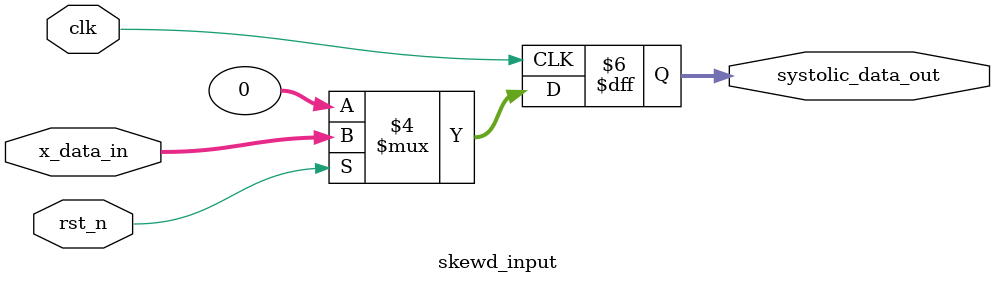
<source format=v>
`timescale 1ns / 1ps

module systolic_array#(
  parameter ARRAY_SIZE_M_MAX         = 16,
  parameter ARRAY_SIZE_N_MAX         = 16,
  parameter ARRAY_SIZE_K_MAX         = 16,
  parameter DATA_WIDTH  = 32
) (
  input                                     clk,
  input                                     rst_n,
  input  [31:0]                             M,
  input  [31:0]                             N,
  input  [31:0]                             K,
  input  [DATA_WIDTH*ARRAY_SIZE_M_MAX-1:0]  X,
  input  [DATA_WIDTH*ARRAY_SIZE_K_MAX-1:0]  W,
  output [DATA_WIDTH*ARRAY_SIZE_K_MAX-1:0]  Y,
  output                                    mem_w_en,
  output reg                                buffer_ren,
  output [31:0]                             mem_addr,
  output                                    done
);
  // 定义内部连线，用于连接 PE 单元
  wire [DATA_WIDTH*ARRAY_SIZE_M_MAX-1:0] x_wires [ARRAY_SIZE_K_MAX:0]; // 边界是第0个,水平连线, 还需有个边界线，所以是K+1行
  wire [DATA_WIDTH*ARRAY_SIZE_K_MAX-1:0] w_wires [ARRAY_SIZE_M_MAX:0]; // 边界是第0个,垂直连线
  wire [DATA_WIDTH*ARRAY_SIZE_K_MAX-1:0] y_outputs [ARRAY_SIZE_M_MAX-1:0];

  wire [DATA_WIDTH*ARRAY_SIZE_M_MAX-1:0] x_inputs; //边界输入, 做好了skew
  wire [DATA_WIDTH*ARRAY_SIZE_K_MAX-1:0] w_inputs; //边界输入
  assign x_wires[0] = x_inputs;
  assign w_wires[0] = w_inputs;

  wire y_output_en;
  genvar i,j;
  generate
      for (i = 0; i < ARRAY_SIZE_M_MAX; i = i + 1) begin: ROW
          for (j = 0; j < ARRAY_SIZE_K_MAX; j = j + 1) begin: COL
            pe pe_ij (
              .clk(clk),
              .rst_n(rst_n),
              .output_en(y_output_en),
              .bypass( (i >= M) || (j >= K) ) , // 超出矩阵范围的PE单元直接旁路
              .x_in(x_wires[j][DATA_WIDTH*(i+1) -1 : DATA_WIDTH*i]),
              .w_in(w_wires[i][DATA_WIDTH*(j+1) -1 : DATA_WIDTH*j]),
              .y_in(0),
              .x_out(x_wires[j+1][DATA_WIDTH*(i+1) -1 : DATA_WIDTH*i]),
              .w_out(w_wires[i+1][DATA_WIDTH*(j+1) -1 : DATA_WIDTH*j]),
              .y_out(y_outputs[i][DATA_WIDTH*(j+1) -1 : DATA_WIDTH*j])
            );
          end
      end
  endgenerate
  // =====================================
  // Y 输出逻辑
  // =====================================
  reg [31:0] mem_addr_r;
  reg mem_w_en_r;
  reg [31:0] y_out_count;
  always @(posedge clk) begin
    if (!rst_n) begin
      mem_w_en_r <= 1'b0;
      mem_addr_r <= 32'b0;
      y_out_count <= 32'b0;
    end else begin
      if (state == S_WRITE) begin
        if (y_out_count < M) begin
          mem_w_en_r <= 1'b1;
          mem_addr_r <= y_out_count;
          y_out_count <= y_out_count + 1;
        end else begin
          mem_w_en_r <= 1'b0;
          mem_addr_r <= mem_addr_r;
          y_out_count <= y_out_count;
        end
      end
    end
  end
  // assign mem_addr = (state == S_WRITE) ? (cycle_count - (N + M + 2)) : 0;
  // assign mem_w_en = (cycle_count - (N+M+1) > 0) ? 1'b1 : 1'b0;
  assign mem_addr = mem_addr_r;
  assign mem_w_en = mem_w_en_r; 
  assign y_output_en = (state == S_WRITE) ? 1'b1 : 1'b0;
  assign Y = y_outputs[mem_addr];
  assign done = (state == S_DONE) ? 1'b1 : 1'b0;
  // ======================================
  // 状态机
  // ======================================
  
  reg [1:0] state;
  localparam S_IDLE = 2'b00,
             S_COMPUTE = 2'b01,
             S_WRITE = 2'b10,
              S_DONE = 2'b11;
  always @(posedge clk) begin
    if (!rst_n) begin
      state <= S_IDLE;
      buffer_ren <= 0;
    end else begin
      case (state)
        S_IDLE: begin
          state <= S_COMPUTE;
          buffer_ren <= 1;
        end
        S_COMPUTE: begin
          // +1是因为我的第一行的inputs，并不是立马加载，而是延迟了一个周期
          if (cycle_count >= N + M + 2 + K) begin
            state <= S_WRITE;
            buffer_ren <= 0;
          end else begin
            state <= S_COMPUTE;
          end
        end
        S_WRITE: begin
          if (y_out_count >= M) begin
            state <= S_DONE;
          end else begin
            state <= S_WRITE;
          end
        end
        S_DONE: begin
          state <= S_DONE;
        end
      endcase
    end
  end

  // ======================================
  // 计数器模块
  // ======================================
  reg [31:0] cycle_count; // 用于跟踪当前的计算周期数， 当为N+M时， 停止计算
  // 计数器按周期递增
  always @(posedge clk) begin
    if (!rst_n) begin
      cycle_count <= 32'b0;
    end else begin
      if (cycle_count < N + M + K + 2) begin
        cycle_count <= cycle_count + 1;
      end else begin
        cycle_count <= cycle_count;
      end
    end
  end

  // ======================================
  // x_inputs 输入逻辑
  // ======================================
  generate
    for (i = 0; i < ARRAY_SIZE_M_MAX; i = i + 1) begin: X_INPUT_GEN
      skewd_input #(
        .DATA_WIDTH(DATA_WIDTH),
        .STAGES(i)
      ) skewd_input_inst (
        .clk(clk),
        .rst_n(rst_n),
        .x_data_in( X[DATA_WIDTH*(i+1)-1 : DATA_WIDTH*i] ),
        .systolic_data_out( x_inputs[DATA_WIDTH*(i+1)-1 : DATA_WIDTH*i] )
      );
    end
  endgenerate
  //=======================================
  // w_inputs 输入逻辑
  //=======================================
  generate
    for (i = 0; i < ARRAY_SIZE_K_MAX; i = i +1) begin: W_INPUT_GEN
      skewd_input #(
        .DATA_WIDTH(DATA_WIDTH),
        .STAGES(i)
      ) skewd_input_inst (
        .clk(clk),
        .rst_n(rst_n),
        .x_data_in( W[DATA_WIDTH*(i+1)-1 : DATA_WIDTH*i] ),
        .systolic_data_out( w_inputs[DATA_WIDTH*(i+1)-1 : DATA_WIDTH*i] )
      );
    end
  endgenerate

endmodule

// ======================================
// 模块: skewd_input
// 功能: 对输入数据进行错位处理，以适应脉动阵列的数据流要求
// ======================================
module skewd_input #(
  parameter DATA_WIDTH  = 32,
  parameter STAGES = 0
) (
    // --- 控制信号 ---
    input clk,
    input rst_n,
    input [DATA_WIDTH-1:0]    x_data_in,

    // --- 数据输出 ---
    // 脉动阵列寄存器最后端的数据，可以直接连接到处理单元
    output reg [DATA_WIDTH-1:0] systolic_data_out
);
  generate
    if (STAGES == 0) begin: NO_SHIFT
      always @(posedge clk) begin
        if (!rst_n) begin
          systolic_data_out <= 0;
        end else begin
          systolic_data_out <= x_data_in;
        end
      end
    end else if (STAGES == 1) begin: SHIFT_REG
      reg [DATA_WIDTH-1:0] shift_reg; //最小也有32位
      always @(posedge clk) begin
        if (!rst_n) begin
          shift_reg <= 0;
          systolic_data_out <= 0;
        end else begin
          //复位结束后，一直左移数据，不断循环
          shift_reg <= x_data_in;
          systolic_data_out <= shift_reg;
        end
      end
    end else begin: SHIFT_REG
      reg [STAGES*DATA_WIDTH-1:0] shift_reg; //最小也有32位
      always @(posedge clk) begin
        if (!rst_n) begin
          shift_reg <= 0;
          systolic_data_out <= 0;
        end else begin
          //复位结束后，一直左移数据，不断循环
          shift_reg <= {x_data_in, shift_reg[STAGES*DATA_WIDTH-1:DATA_WIDTH]};
          systolic_data_out <= shift_reg[DATA_WIDTH-1:0];
        end
      end
    end
  endgenerate
endmodule

</source>
